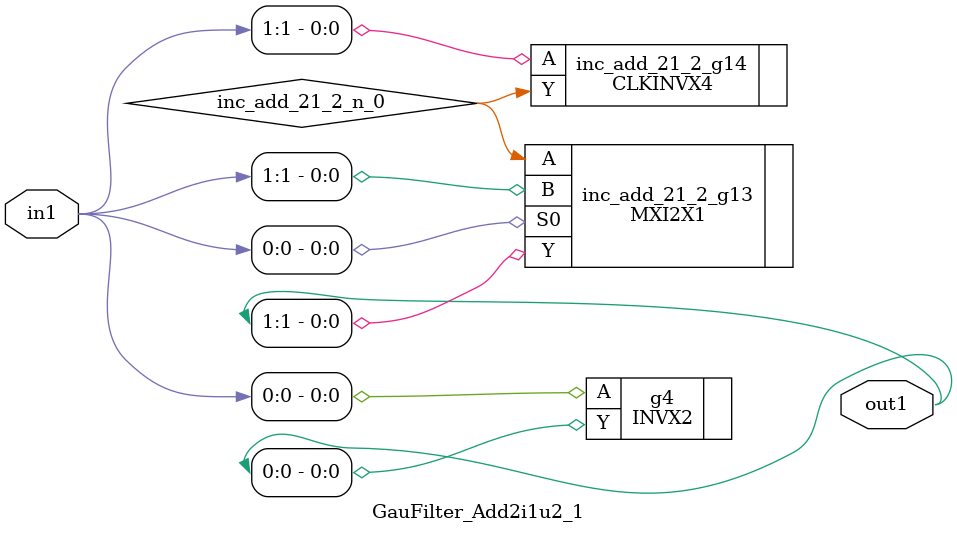
<source format=v>
`timescale 1ps / 1ps


module GauFilter_Add2i1u2_1(in1, out1);
  input [1:0] in1;
  output [1:0] out1;
  wire [1:0] in1;
  wire [1:0] out1;
  wire inc_add_21_2_n_0;
  INVX2 g4(.A (in1[0]), .Y (out1[0]));
  MXI2X1 inc_add_21_2_g13(.A (inc_add_21_2_n_0), .B (in1[1]), .S0
       (in1[0]), .Y (out1[1]));
  CLKINVX4 inc_add_21_2_g14(.A (in1[1]), .Y (inc_add_21_2_n_0));
endmodule


</source>
